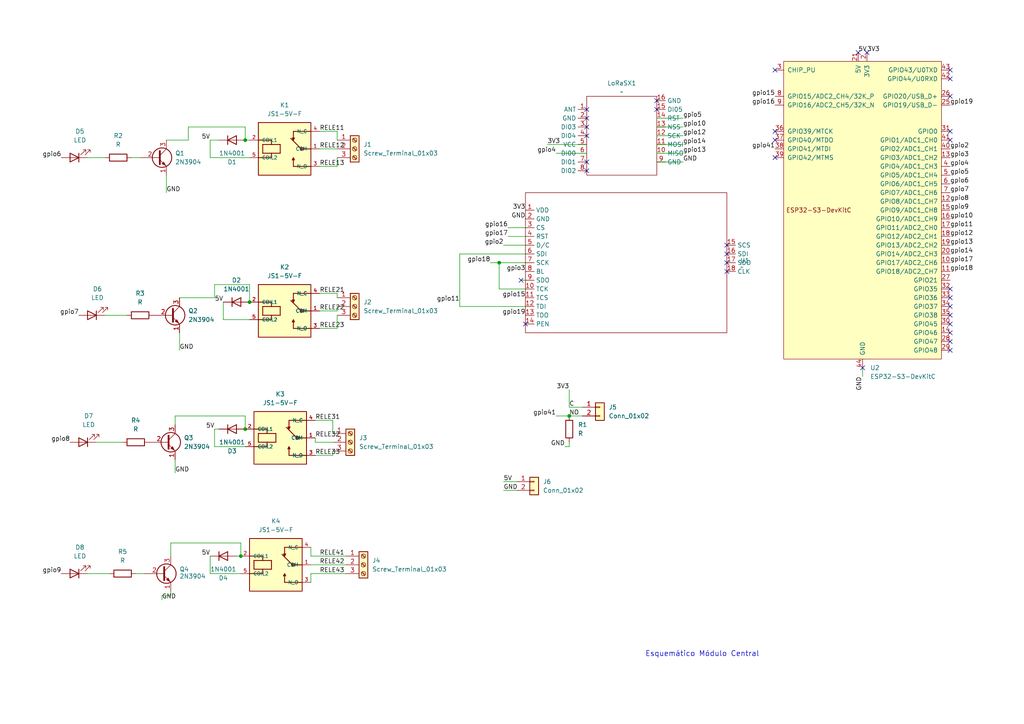
<source format=kicad_sch>
(kicad_sch (version 20231120) (generator "eeschema") (generator_version "8.0")
  (paper "A4")
  (lib_symbols
    (symbol "Diode:1N4001" (pin_numbers hide) (pin_names hide)
      (property "Reference" "D" (at 0 2.54 0))
      (property "Value" "1N4001" (at 0 -2.54 0))
      (symbol "1N4001_0_1"
        (polyline (pts (xy -1.27 1.27) (xy -1.27 -1.27)) (stroke (width 0.254)))
        (polyline (pts (xy 1.27 0) (xy -1.27 0)))
        (polyline (pts (xy 1.27 1.27) (xy 1.27 -1.27) (xy -1.27 0) (xy 1.27 1.27)) (stroke (width 0.254)))
      )
      (symbol "1N4001_1_1"
        (pin passive line (at -3.81 0 0) (length 2.54) (name "K") (number "1"))
        (pin passive line (at 3.81 0 180) (length 2.54) (name "A") (number "2"))
      )
    )
    (symbol "libreria_simbolos:2N3904" (pin_names (offset 0) hide)
      (property "Reference" "Q" (at 5.08 1.905 0))
      (property "Value" "2N3904" (at 5.08 0 0))
      (symbol "2N3904_0_1"
        (polyline (pts (xy 0.635 0.635) (xy 2.54 2.54)))
        (polyline (pts (xy 0.635 -0.635) (xy 2.54 -2.54) (xy 2.54 -2.54)))
        (polyline (pts (xy 0.635 1.905) (xy 0.635 -1.905) (xy 0.635 -1.905)) (stroke (width 0.508)))
        (polyline (pts (xy 1.27 -1.778) (xy 1.778 -1.27) (xy 2.286 -2.286) (xy 1.27 -1.778) (xy 1.27 -1.778)) (fill (type outline)))
        (circle (center 1.27 0) (radius 2.8194) (stroke (width 0.254)))
      )
      (symbol "2N3904_1_1"
        (pin passive line (at 2.54 -5.08 90) (length 2.54) (name "E") (number "1"))
        (pin passive line (at -5.08 0 0) (length 5.715) (name "B") (number "2"))
        (pin passive line (at 2.54 5.08 270) (length 2.54) (name "C") (number "3"))
      )
    )
    (symbol "libreria_simbolos:Conn_01x02" (pin_names (offset 1.016) hide)
      (property "Reference" "J" (at 0 2.54 0))
      (property "Value" "Conn_01x02" (at 0 -5.08 0))
      (symbol "Conn_01x02_1_1"
        (rectangle (start -1.27 -2.413) (end 0 -2.667) (stroke (width 0.1524)))
        (rectangle (start -1.27 0.127) (end 0 -0.127) (stroke (width 0.1524)))
        (rectangle (start -1.27 1.27) (end 1.27 -3.81) (stroke (width 0.254)) (fill (type background)))
        (pin passive line (at -5.08 0 0) (length 3.81) (name "Pin_1") (number "1"))
        (pin passive line (at -5.08 -2.54 0) (length 3.81) (name "Pin_2") (number "2"))
      )
    )
    (symbol "libreria_simbolos:ESP32-S3-DevKitC" (pin_names (offset 1.016))
      (property "Reference" "U" (at -22.86 48.26 0))
      (property "Value" "ESP32-S3-DevKitC" (at -22.86 45.72 0))
      (symbol "ESP32-S3-DevKitC_0_0"
        (text "ESP32-S3-DevKitC" (at -12.7 0 0) (effects (font (size 1.27 1.27))))
        (pin bidirectional line (at 25.4 -35.56 180) (length 2.54) (name "GPIO46") (number "14"))
        (pin bidirectional line (at 25.4 -10.16 180) (length 2.54) (name "GPIO13/ADC2_CH2") (number "19"))
        (pin bidirectional line (at -25.4 15.24 0) (length 2.54) (name "GPIO42/MTMS") (number "39"))
        (pin bidirectional line (at 25.4 17.78 180) (length 2.54) (name "GPIO2/ADC1_CH1") (number "40"))
        (pin bidirectional line (at 25.4 20.32 180) (length 2.54) (name "GPIO1/ADC1_CH0") (number "41"))
        (pin bidirectional line (at 25.4 38.1 180) (length 2.54) (name "GPIO44/U0RXD") (number "42"))
        (pin bidirectional line (at 25.4 40.64 180) (length 2.54) (name "GPIO43/U0TXD") (number "43"))
        (pin power_in line (at 0 -45.72 90) (length 2.54) (name "GND") (number "44"))
      )
      (symbol "ESP32-S3-DevKitC_0_1"
        (rectangle (start -22.86 43.18) (end 22.86 -43.18) (fill (type background)))
        (pin power_in line (at 1.27 45.72 270) (length 2.54) (name "3V3") (number "2"))
      )
      (symbol "ESP32-S3-DevKitC_1_1"
        (pin passive line (at 1.27 45.72 270) (length 2.54) hide (name "3V3") (number "1"))
        (pin bidirectional line (at 25.4 -15.24 180) (length 2.54) (name "GPIO17/ADC2_CH6") (number "10"))
        (pin bidirectional line (at 25.4 -17.78 180) (length 2.54) (name "GPIO18/ADC2_CH7") (number "11"))
        (pin bidirectional line (at 25.4 2.54 180) (length 2.54) (name "GPIO8/ADC1_CH7") (number "12"))
        (pin bidirectional line (at 25.4 15.24 180) (length 2.54) (name "GPIO3/ADC1_CH2") (number "13"))
        (pin bidirectional line (at 25.4 0 180) (length 2.54) (name "GPIO9/ADC1_CH8") (number "15"))
        (pin bidirectional line (at 25.4 -2.54 180) (length 2.54) (name "GPIO10/ADC1_CH9") (number "16"))
        (pin bidirectional line (at 25.4 -5.08 180) (length 2.54) (name "GPIO11/ADC2_CH0") (number "17"))
        (pin bidirectional line (at 25.4 -7.62 180) (length 2.54) (name "GPIO12/ADC2_CH1") (number "18"))
        (pin bidirectional line (at 25.4 -12.7 180) (length 2.54) (name "GPIO14/ADC2_CH3") (number "20"))
        (pin power_in line (at -1.27 45.72 270) (length 2.54) (name "5V") (number "21"))
        (pin passive line (at 0 -45.72 90) (length 2.54) hide (name "GND") (number "22"))
        (pin passive line (at 0 -45.72 90) (length 2.54) hide (name "GND") (number "23"))
        (pin passive line (at 0 -45.72 90) (length 2.54) hide (name "GND") (number "24"))
        (pin bidirectional line (at 25.4 30.48 180) (length 2.54) (name "GPIO19/USB_D-") (number "25"))
        (pin bidirectional line (at 25.4 33.02 180) (length 2.54) (name "GPIO20/USB_D+") (number "26"))
        (pin bidirectional line (at 25.4 -20.32 180) (length 2.54) (name "GPIO21") (number "27"))
        (pin bidirectional line (at 25.4 -38.1 180) (length 2.54) (name "GPIO47") (number "28"))
        (pin bidirectional line (at 25.4 -40.64 180) (length 2.54) (name "GPIO48") (number "29"))
        (pin input line (at -25.4 40.64 0) (length 2.54) (name "CHIP_PU") (number "3"))
        (pin bidirectional line (at 25.4 -33.02 180) (length 2.54) (name "GPIO45") (number "30"))
        (pin bidirectional line (at 25.4 22.86 180) (length 2.54) (name "GPIO0") (number "31"))
        (pin bidirectional line (at 25.4 -22.86 180) (length 2.54) (name "GPIO35") (number "32"))
        (pin bidirectional line (at 25.4 -25.4 180) (length 2.54) (name "GPIO36") (number "33"))
        (pin bidirectional line (at 25.4 -27.94 180) (length 2.54) (name "GPIO37") (number "34"))
        (pin bidirectional line (at 25.4 -30.48 180) (length 2.54) (name "GPIO38") (number "35"))
        (pin bidirectional line (at -25.4 22.86 0) (length 2.54) (name "GPIO39/MTCK") (number "36"))
        (pin bidirectional line (at -25.4 20.32 0) (length 2.54) (name "GPIO40/MTDO") (number "37"))
        (pin bidirectional line (at -25.4 17.78 0) (length 2.54) (name "GPIO41/MTDI") (number "38"))
        (pin bidirectional line (at 25.4 12.7 180) (length 2.54) (name "GPIO4/ADC1_CH3") (number "4"))
        (pin bidirectional line (at 25.4 10.16 180) (length 2.54) (name "GPIO5/ADC1_CH4") (number "5"))
        (pin bidirectional line (at 25.4 7.62 180) (length 2.54) (name "GPIO6/ADC1_CH5") (number "6"))
        (pin bidirectional line (at 25.4 5.08 180) (length 2.54) (name "GPIO7/ADC1_CH6") (number "7"))
        (pin bidirectional line (at -25.4 33.02 0) (length 2.54) (name "GPIO15/ADC2_CH4/32K_P") (number "8"))
        (pin bidirectional line (at -25.4 30.48 0) (length 2.54) (name "GPIO16/ADC2_CH5/32K_N") (number "9"))
      )
    )
    (symbol "libreria_simbolos:ILI9488"
      (property "Reference" "U" (at 0 0 0))
      (symbol "ILI9488_0_1"
        (rectangle (start -24.13 30.48) (end 34.29 -10.16))
      )
      (symbol "ILI9488_1_1"
        (pin input line (at -24.13 25.4 0) (length 2.54) (name "VDD") (number "1"))
        (pin input line (at -24.13 2.54 0) (length 2.54) (name "TCK") (number "10"))
        (pin input line (at -24.13 0 0) (length 2.54) (name "TCS") (number "11"))
        (pin input line (at -24.13 -2.54 0) (length 2.54) (name "TDI") (number "12"))
        (pin input line (at -24.13 -5.08 0) (length 2.54) (name "TDO") (number "13"))
        (pin input line (at -24.13 -7.62 0) (length 2.54) (name "PEN") (number "14"))
        (pin input line (at 34.29 15.24 0) (length 2.54) (name "SCS") (number "15"))
        (pin input line (at 34.29 12.7 0) (length 2.54) (name "SDI") (number "16"))
        (pin input line (at 34.29 10.16 0) (length 2.54) (name "SDO") (number "17"))
        (pin input line (at 34.29 7.62 0) (length 2.54) (name "CLK") (number "18"))
        (pin input line (at -24.13 22.86 0) (length 2.54) (name "GND") (number "2"))
        (pin input line (at -24.13 20.32 0) (length 2.54) (name "CS") (number "3"))
        (pin input line (at -24.13 17.78 0) (length 2.54) (name "RST") (number "4"))
        (pin input line (at -24.13 15.24 0) (length 2.54) (name "D/C") (number "5"))
        (pin input line (at -24.13 12.7 0) (length 2.54) (name "SDI") (number "6"))
        (pin input line (at -24.13 10.16 0) (length 2.54) (name "SCK") (number "7"))
        (pin input line (at -24.13 7.62 0) (length 2.54) (name "BL") (number "8"))
        (pin input line (at -24.13 5.08 0) (length 2.54) (name "SDO") (number "9"))
      )
    )
    (symbol "libreria_simbolos:JS1-5V-F" (pin_names (offset 1.016))
      (property "Reference" "K" (at -7.6264 7.6264 0))
      (property "Value" "JS1-5V-F" (at -7.6289 -10.1718 0))
      (symbol "JS1-5V-F_0_0"
        (rectangle (start -7.62 -7.62) (end 7.62 7.62) (stroke (width 0.254)) (fill (type background)))
        (polyline (pts (xy -6.35 -1.27) (xy -3.81 -1.27)) (stroke (width 0.254)))
        (polyline (pts (xy -6.35 1.27) (xy -6.35 -1.27)) (stroke (width 0.254)))
        (polyline (pts (xy -3.81 -2.54) (xy -7.62 -2.54)) (stroke (width 0.254)))
        (polyline (pts (xy -3.81 -1.27) (xy -3.81 -2.54)) (stroke (width 0.254)))
        (polyline (pts (xy -3.81 -1.27) (xy -1.27 -1.27)) (stroke (width 0.254)))
        (polyline (pts (xy -3.81 1.27) (xy -6.35 1.27)) (stroke (width 0.254)))
        (polyline (pts (xy -3.81 1.27) (xy -3.81 2.54)) (stroke (width 0.254)))
        (polyline (pts (xy -3.81 2.54) (xy -7.62 2.54)) (stroke (width 0.254)))
        (polyline (pts (xy -1.27 -1.27) (xy -1.27 1.27)) (stroke (width 0.254)))
        (polyline (pts (xy -1.27 1.27) (xy -3.81 1.27)) (stroke (width 0.254)))
        (polyline (pts (xy 2.54 -5.08) (xy 2.54 -3.175)) (stroke (width 0.254)))
        (polyline (pts (xy 2.54 5.08) (xy 2.54 2.54)) (stroke (width 0.254)))
        (polyline (pts (xy 4.826 0) (xy 1.778 3.048)) (stroke (width 0.254)))
        (polyline (pts (xy 5.08 0) (xy 4.826 0)) (stroke (width 0.254)))
        (polyline (pts (xy 5.588 0) (xy 7.62 0)) (stroke (width 0.254)))
        (polyline (pts (xy 7.62 -5.08) (xy 2.54 -5.08)) (stroke (width 0.254)))
        (polyline (pts (xy 7.62 5.08) (xy 2.54 5.08)) (stroke (width 0.254)))
        (polyline (pts (xy 2.2225 -3.175) (xy 2.54 -2.54) (xy 2.8575 -3.175) (xy 2.2225 -3.175)) (stroke (width 0.254)) (fill (type outline)))
        (polyline (pts (xy 2.54 2.54) (xy 2.8575 3.175) (xy 2.2225 3.175) (xy 2.54 2.54)) (stroke (width 0.254)) (fill (type outline)))
        (circle (center 5.08 0) (radius 0.381) (stroke (width 0.254)))
        (pin passive line (at 10.16 0 180) (length 2.54) (name "COM") (number "1"))
        (pin passive line (at -10.16 2.54 0) (length 2.54) (name "COIL1") (number "2"))
        (pin passive line (at 10.16 -5.08 180) (length 2.54) (name "N_O") (number "3"))
        (pin passive line (at 10.16 5.08 180) (length 2.54) (name "N_C") (number "4"))
        (pin passive line (at -10.16 -2.54 0) (length 2.54) (name "COIL2") (number "5"))
      )
    )
    (symbol "libreria_simbolos:LED" (pin_numbers hide) (pin_names (offset 1.016) hide)
      (property "Reference" "D" (at 0 2.54 0))
      (property "Value" "LED" (at 0 -2.54 0))
      (symbol "LED_0_1"
        (polyline (pts (xy -1.27 -1.27) (xy -1.27 1.27)) (stroke (width 0.254)))
        (polyline (pts (xy -1.27 0) (xy 1.27 0)))
        (polyline (pts (xy 1.27 -1.27) (xy 1.27 1.27) (xy -1.27 0) (xy 1.27 -1.27)) (stroke (width 0.254)))
        (polyline (pts (xy -3.048 -0.762) (xy -4.572 -2.286) (xy -3.81 -2.286) (xy -4.572 -2.286) (xy -4.572 -1.524)))
        (polyline (pts (xy -1.778 -0.762) (xy -3.302 -2.286) (xy -2.54 -2.286) (xy -3.302 -2.286) (xy -3.302 -1.524)))
      )
      (symbol "LED_1_1"
        (pin passive line (at -3.81 0 0) (length 2.54) (name "K") (number "1"))
        (pin passive line (at 3.81 0 180) (length 2.54) (name "A") (number "2"))
      )
    )
    (symbol "libreria_simbolos:LoRaSX1276"
      (property "Reference" "LoRaSX1276" (at 0 0 0))
      (symbol "LoRaSX1276_0_1"
        (rectangle (start -8.89 12.7) (end 11.43 -10.16))
      )
      (symbol "LoRaSX1276_1_1"
        (pin input line (at -8.89 8.89 180) (length 2.54) (name "ANT") (number "1"))
        (pin input line (at 11.43 -3.81 0) (length 2.54) (name "MISO") (number "10"))
        (pin input line (at 11.43 -1.27 0) (length 2.54) (name "MOSI") (number "11"))
        (pin input line (at 11.43 1.27 0) (length 2.54) (name "SCK") (number "12"))
        (pin input line (at 11.43 3.81 0) (length 2.54) (name "NSS") (number "13"))
        (pin input line (at 11.43 6.35 0) (length 2.54) (name "RST") (number "14"))
        (pin input line (at 11.43 8.89 0) (length 2.54) (name "DI05") (number "15"))
        (pin input line (at 11.43 11.43 0) (length 2.54) (name "GND") (number "16"))
        (pin input line (at -8.89 6.35 180) (length 2.54) (name "GND") (number "2"))
        (pin input line (at -8.89 3.81 180) (length 2.54) (name "DI03") (number "3"))
        (pin input line (at -8.89 1.27 180) (length 2.54) (name "DI04") (number "4"))
        (pin input line (at -8.89 -1.27 180) (length 2.54) (name "VCC") (number "5"))
        (pin input line (at -8.89 -3.81 180) (length 2.54) (name "DI00") (number "6"))
        (pin input line (at -8.89 -6.35 180) (length 2.54) (name "DI01") (number "7"))
        (pin input line (at -8.89 -8.89 180) (length 2.54) (name "DI02") (number "8"))
        (pin input line (at 11.43 -6.35 0) (length 2.54) (name "GND") (number "9"))
      )
    )
    (symbol "libreria_simbolos:R" (pin_numbers hide) (pin_names (offset 0))
      (property "Reference" "R" (at 2.032 0 90))
      (property "Value" "R" (at 0 0 90))
      (symbol "R_0_1"
        (rectangle (start -1.016 -2.54) (end 1.016 2.54) (stroke (width 0.254)))
      )
      (symbol "R_1_1"
        (pin passive line (at 0 3.81 270) (length 1.27) (name "~") (number "1"))
        (pin passive line (at 0 -3.81 90) (length 1.27) (name "~") (number "2"))
      )
    )
    (symbol "libreria_simbolos:Screw_Terminal_01x03" (pin_names (offset 1.016) hide)
      (property "Reference" "J" (at 0 5.08 0))
      (property "Value" "Screw_Terminal_01x03" (at 0 -5.08 0))
      (symbol "Screw_Terminal_01x03_1_1"
        (rectangle (start -1.27 3.81) (end 1.27 -3.81) (stroke (width 0.254)) (fill (type background)))
        (circle (center 0 -2.54) (radius 0.635) (stroke (width 0.1524)))
        (polyline (pts (xy -0.5334 -2.2098) (xy 0.3302 -3.048)) (stroke (width 0.1524)))
        (polyline (pts (xy -0.5334 0.3302) (xy 0.3302 -0.508)) (stroke (width 0.1524)))
        (polyline (pts (xy -0.5334 2.8702) (xy 0.3302 2.032)) (stroke (width 0.1524)))
        (polyline (pts (xy -0.3556 -2.032) (xy 0.508 -2.8702)) (stroke (width 0.1524)))
        (polyline (pts (xy -0.3556 0.508) (xy 0.508 -0.3302)) (stroke (width 0.1524)))
        (polyline (pts (xy -0.3556 3.048) (xy 0.508 2.2098)) (stroke (width 0.1524)))
        (circle (center 0 0) (radius 0.635) (stroke (width 0.1524)))
        (circle (center 0 2.54) (radius 0.635) (stroke (width 0.1524)))
        (pin passive line (at -5.08 2.54 0) (length 3.81) (name "Pin_1") (number "1"))
        (pin passive line (at -5.08 0 0) (length 3.81) (name "Pin_2") (number "2"))
        (pin passive line (at -5.08 -2.54 0) (length 3.81) (name "Pin_3") (number "3"))
      )
    )
  )
  (junction (at 69.85 161.29))
  (junction (at 71.12 124.46))
  (junction (at 144.78 76.2))
  (junction (at 71.12 40.64))
  (junction (at 72.39 87.63))
  (junction (at 165.1 120.65))
  (no_connect (at 224.79 40.64))
  (no_connect (at 275.59 96.52))
  (no_connect (at 210.82 73.66))
  (no_connect (at 170.18 34.29))
  (no_connect (at 170.18 39.37))
  (no_connect (at 250.19 106.68))
  (no_connect (at 210.82 71.12))
  (no_connect (at 275.59 83.82))
  (no_connect (at 224.79 38.1))
  (no_connect (at 210.82 78.74))
  (no_connect (at 275.59 99.06))
  (no_connect (at 224.79 45.72))
  (no_connect (at 170.18 49.53))
  (no_connect (at 251.46 15.24))
  (no_connect (at 275.59 93.98))
  (no_connect (at 190.5 31.75))
  (no_connect (at 152.4 93.98))
  (no_connect (at 275.59 22.86))
  (no_connect (at 170.18 31.75))
  (no_connect (at 275.59 91.44))
  (no_connect (at 151.13 81.28))
  (no_connect (at 275.59 27.94))
  (no_connect (at 170.18 36.83))
  (no_connect (at 275.59 40.64))
  (no_connect (at 190.5 29.21))
  (no_connect (at 210.82 76.2))
  (no_connect (at 275.59 38.1))
  (no_connect (at 248.92 15.24))
  (no_connect (at 224.79 20.32))
  (no_connect (at 275.59 20.32))
  (no_connect (at 275.59 86.36))
  (no_connect (at 170.18 46.99))
  (no_connect (at 275.59 101.6))
  (no_connect (at 275.59 88.9))
  (wire (pts (xy 30.48 91.44) (xy 36.83 91.44)))
  (wire (pts (xy 97.79 48.26) (xy 97.79 45.72)))
  (wire (pts (xy 97.79 95.25) (xy 97.79 91.44)))
  (wire (pts (xy 50.8 123.19) (xy 50.8 120.65)))
  (wire (pts (xy 90.17 166.37) (xy 90.17 168.91)))
  (wire (pts (xy 142.24 76.2) (xy 144.78 76.2)))
  (wire (pts (xy 62.23 124.46) (xy 63.5 124.46)))
  (wire (pts (xy 52.07 86.36) (xy 62.23 86.36)))
  (wire (pts (xy 92.71 85.09) (xy 97.79 85.09)))
  (wire (pts (xy 158.75 41.91) (xy 170.18 41.91)))
  (wire (pts (xy 27.94 128.27) (xy 35.56 128.27)))
  (wire (pts (xy 92.71 95.25) (xy 97.79 95.25)))
  (wire (pts (xy 62.23 124.46) (xy 62.23 129.54)))
  (wire (pts (xy 146.05 71.12) (xy 152.4 71.12)))
  (wire (pts (xy 68.58 161.29) (xy 69.85 161.29)))
  (wire (pts (xy 165.1 113.03) (xy 165.1 118.11)))
  (wire (pts (xy 151.13 81.28) (xy 152.4 81.28)))
  (wire (pts (xy 60.96 45.72) (xy 60.96 40.64)))
  (wire (pts (xy 92.71 38.1) (xy 97.79 38.1)))
  (wire (pts (xy 144.78 83.82) (xy 152.4 83.82)))
  (wire (pts (xy 165.1 129.54) (xy 165.1 128.27)))
  (wire (pts (xy 60.96 161.29) (xy 60.96 166.37)))
  (wire (pts (xy 90.17 163.83) (xy 100.33 163.83)))
  (wire (pts (xy 198.12 34.29) (xy 190.5 34.29)))
  (wire (pts (xy 250.19 109.22) (xy 250.19 106.68)))
  (wire (pts (xy 49.53 172.72) (xy 46.99 172.72)))
  (wire (pts (xy 92.71 90.17) (xy 97.79 90.17)))
  (wire (pts (xy 54.61 40.64) (xy 54.61 36.83)))
  (wire (pts (xy 49.53 172.72) (xy 49.53 171.45)))
  (wire (pts (xy 69.85 161.29) (xy 69.85 157.48)))
  (wire (pts (xy 72.39 92.71) (xy 64.77 92.71)))
  (wire (pts (xy 46.99 172.72) (xy 46.99 173.99)))
  (wire (pts (xy 50.8 137.16) (xy 50.8 133.35)))
  (wire (pts (xy 147.32 68.58) (xy 152.4 68.58)))
  (wire (pts (xy 198.12 44.45) (xy 190.5 44.45)))
  (wire (pts (xy 50.8 120.65) (xy 71.12 120.65)))
  (wire (pts (xy 52.07 96.52) (xy 52.07 101.6)))
  (wire (pts (xy 62.23 129.54) (xy 71.12 129.54)))
  (wire (pts (xy 144.78 76.2) (xy 152.4 76.2)))
  (wire (pts (xy 54.61 36.83) (xy 71.12 36.83)))
  (wire (pts (xy 96.52 128.27) (xy 91.44 128.27)))
  (wire (pts (xy 198.12 41.91) (xy 190.5 41.91)))
  (wire (pts (xy 152.4 88.9) (xy 133.35 88.9)))
  (wire (pts (xy 72.39 45.72) (xy 60.96 45.72)))
  (wire (pts (xy 25.4 45.72) (xy 30.48 45.72)))
  (wire (pts (xy 96.52 130.81) (xy 96.52 132.08)))
  (wire (pts (xy 96.52 132.08) (xy 91.44 132.08)))
  (wire (pts (xy 96.52 125.73) (xy 96.52 121.92)))
  (wire (pts (xy 62.23 82.55) (xy 72.39 82.55)))
  (wire (pts (xy 60.96 166.37) (xy 69.85 166.37)))
  (wire (pts (xy 91.44 128.27) (xy 91.44 127)))
  (wire (pts (xy 71.12 36.83) (xy 71.12 40.64)))
  (wire (pts (xy 198.12 39.37) (xy 190.5 39.37)))
  (wire (pts (xy 71.12 120.65) (xy 71.12 124.46)))
  (wire (pts (xy 25.4 166.37) (xy 31.75 166.37)))
  (wire (pts (xy 133.35 73.66) (xy 133.35 88.9)))
  (wire (pts (xy 165.1 120.65) (xy 168.91 120.65)))
  (wire (pts (xy 72.39 82.55) (xy 72.39 87.63)))
  (wire (pts (xy 97.79 90.17) (xy 97.79 88.9)))
  (wire (pts (xy 190.5 36.83) (xy 198.12 36.83)))
  (wire (pts (xy 64.77 92.71) (xy 64.77 87.63)))
  (wire (pts (xy 161.29 44.45) (xy 170.18 44.45)))
  (wire (pts (xy 97.79 85.09) (xy 97.79 86.36)))
  (wire (pts (xy 144.78 76.2) (xy 144.78 83.82)))
  (wire (pts (xy 69.85 157.48) (xy 49.53 157.48)))
  (wire (pts (xy 163.83 129.54) (xy 165.1 129.54)))
  (wire (pts (xy 41.91 166.37) (xy 39.37 166.37)))
  (wire (pts (xy 96.52 121.92) (xy 91.44 121.92)))
  (wire (pts (xy 49.53 157.48) (xy 49.53 161.29)))
  (wire (pts (xy 147.32 66.04) (xy 152.4 66.04)))
  (wire (pts (xy 100.33 161.29) (xy 90.17 161.29)))
  (wire (pts (xy 71.12 40.64) (xy 72.39 40.64)))
  (wire (pts (xy 92.71 48.26) (xy 97.79 48.26)))
  (wire (pts (xy 62.23 86.36) (xy 62.23 82.55)))
  (wire (pts (xy 152.4 73.66) (xy 133.35 73.66)))
  (wire (pts (xy 165.1 118.11) (xy 168.91 118.11)))
  (wire (pts (xy 38.1 45.72) (xy 40.64 45.72)))
  (wire (pts (xy 146.05 139.7) (xy 149.86 139.7)))
  (wire (pts (xy 146.05 142.24) (xy 149.86 142.24)))
  (wire (pts (xy 63.5 40.64) (xy 60.96 40.64)))
  (wire (pts (xy 97.79 38.1) (xy 97.79 40.64)))
  (wire (pts (xy 48.26 55.88) (xy 48.26 50.8)))
  (wire (pts (xy 90.17 161.29) (xy 90.17 158.75)))
  (wire (pts (xy 100.33 166.37) (xy 90.17 166.37)))
  (wire (pts (xy 92.71 43.18) (xy 97.79 43.18)))
  (wire (pts (xy 48.26 40.64) (xy 54.61 40.64)))
  (wire (pts (xy 161.29 120.65) (xy 165.1 120.65)))
  (wire (pts (xy 198.12 46.99) (xy 190.5 46.99)))
  (text "Esquemático Módulo Central" (at 203.708 189.738 0) (effects (font (size 1.524 1.524))))
  (label "NO" (at 165.1 120.65 0))
  (label "5V" (at 248.92 15.24 0))
  (label "gpio16" (at 224.79 30.48 180))
  (label "RELE43" (at 92.71 166.37 0))
  (label "RELE11" (at 92.71 38.1 0))
  (label "gpio10" (at 198.12 36.83 0))
  (label "gpio19" (at 275.59 30.48 0))
  (label "gpio5" (at 275.59 50.8 0))
  (label "gpio18" (at 275.59 78.74 0))
  (label "gpio19" (at 152.4 91.44 180))
  (label "gpio14" (at 198.12 41.91 0))
  (label "gpio6" (at 275.59 53.34 0))
  (label "5V" (at 64.77 87.63 180))
  (label "gpio17" (at 275.59 76.2 0))
  (label "gpio2" (at 275.59 43.18 0))
  (label "5V" (at 60.96 40.64 180))
  (label "gpio8" (at 275.59 58.42 0))
  (label "GND" (at 52.07 101.6 0))
  (label "C" (at 165.1 118.11 0))
  (label "gpio10" (at 275.59 63.5 0))
  (label "RELE23" (at 92.71 95.25 0))
  (label "RELE41" (at 92.71 161.29 0))
  (label "gpio7" (at 275.59 55.88 0))
  (label "gpio41" (at 224.79 43.18 180))
  (label "gpio16" (at 147.32 66.04 180))
  (label "gpio6" (at 17.78 45.72 180))
  (label "gpio12" (at 275.59 68.58 0))
  (label "gpio15" (at 152.4 86.36 180))
  (label "gpio9" (at 17.78 166.37 180))
  (label "gpio12" (at 198.12 39.37 0))
  (label "gpio7" (at 22.86 91.44 180))
  (label "GND" (at 146.05 142.24 0))
  (label "RELE21" (at 92.71 85.09 0))
  (label "GND" (at 48.26 55.88 0))
  (label "gpio41" (at 161.29 120.65 180))
  (label "gpio13" (at 275.59 71.12 0))
  (label "GND" (at 250.19 109.22 270))
  (label "gpio2" (at 146.05 71.12 180))
  (label "gpio8" (at 20.32 128.27 180))
  (label "gpio18" (at 142.24 76.2 180))
  (label "3V3" (at 165.1 113.03 180))
  (label "GND" (at 50.8 137.16 0))
  (label "RELE12" (at 92.71 43.18 0))
  (label "3V3" (at 251.46 15.24 0))
  (label "gpio9" (at 275.59 60.96 0))
  (label "GND" (at 163.83 129.54 180))
  (label "3V3" (at 152.4 60.96 180))
  (label "RELE42" (at 92.71 163.83 0))
  (label "gpio4" (at 161.29 44.45 180))
  (label "gpio3" (at 275.59 45.72 0))
  (label "gpio14" (at 275.59 73.66 0))
  (label "RELE33" (at 91.44 132.08 0))
  (label "gpio5" (at 198.12 34.29 0))
  (label "RELE13" (at 92.71 48.26 0))
  (label "5V" (at 60.96 161.29 180))
  (label "gpio11" (at 275.59 66.04 0))
  (label "RELE32" (at 91.44 127 0))
  (label "GND" (at 198.12 46.99 0))
  (label "5V" (at 146.05 139.7 0))
  (label "GND" (at 152.4 63.5 180))
  (label "3V3" (at 158.75 41.91 0))
  (label "RELE22" (at 92.71 90.17 0))
  (label "gpio3" (at 152.4 78.74 180))
  (label "RELE31" (at 91.44 121.92 0))
  (label "gpio17" (at 147.32 68.58 180))
  (label "5V" (at 62.23 124.46 180))
  (label "gpio15" (at 224.79 27.94 180))
  (label "GND" (at 46.99 173.99 0))
  (label "gpio11" (at 133.35 87.63 180))
  (label "gpio13" (at 198.12 44.45 0))
  (label "gpio4" (at 275.59 48.26 0))
  (symbol (lib_id "libreria_simbolos:JS1-5V-F") (at 80.01 163.83 0) (unit 1)
    (property "Reference" "K4" (at 80.01 151.13 0))
    (property "Value" "JS1-5V-F" (at 80.01 153.67 0))
    (property "Footprint" "libreria_huellas:RELAY_JS1-5V-F" (effects (hide yes)))
    (property "MF" "Panasonic Electric" (effects (hide yes)))
    (property "Description_1" "\n                        \n                            General Purpose Relay SPDT (1 Form C) 5VDC Coil Through Hole\n                        \n" (effects (hide yes)))
    (property "Package" "None" (effects (hide yes)))
    (property "Price" "None" (effects (hide yes)))
    (property "Check_prices" "https://www.snapeda.com/parts/JS1-5V-F/Panasonic/view-part/?ref=eda" (effects (hide yes)))
    (property "STANDARD" "MANUFACTURER RECOMMENDATIONS" (effects (hide yes)))
    (property "PARTREV" "N/A" (effects (hide yes)))
    (property "SnapEDA_Link" "https://www.snapeda.com/parts/JS1-5V-F/Panasonic/view-part/?ref=snap" (effects (hide yes)))
    (property "MP" "JS1-5V-F" (effects (hide yes)))
    (property "Availability" "In Stock" (effects (hide yes)))
    (property "MANUFACTURER" "PANASONIC" (effects (hide yes)))
  )
  (symbol (lib_id "libreria_simbolos:JS1-5V-F") (at 82.55 43.18 0) (unit 1)
    (property "Reference" "K1" (at 82.55 30.48 0))
    (property "Value" "JS1-5V-F" (at 82.55 33.02 0))
    (property "Footprint" "libreria_huellas:RELAY_JS1-5V-F" (effects (hide yes)))
    (property "MF" "Panasonic Electric" (effects (hide yes)))
    (property "Description_1" "\n                        \n                            General Purpose Relay SPDT (1 Form C) 5VDC Coil Through Hole\n                        \n" (effects (hide yes)))
    (property "Package" "None" (effects (hide yes)))
    (property "Price" "None" (effects (hide yes)))
    (property "Check_prices" "https://www.snapeda.com/parts/JS1-5V-F/Panasonic/view-part/?ref=eda" (effects (hide yes)))
    (property "STANDARD" "MANUFACTURER RECOMMENDATIONS" (effects (hide yes)))
    (property "PARTREV" "N/A" (effects (hide yes)))
    (property "SnapEDA_Link" "https://www.snapeda.com/parts/JS1-5V-F/Panasonic/view-part/?ref=snap" (effects (hide yes)))
    (property "MP" "JS1-5V-F" (effects (hide yes)))
    (property "Availability" "In Stock" (effects (hide yes)))
    (property "MANUFACTURER" "PANASONIC" (effects (hide yes)))
  )
  (symbol (lib_id "libreria_simbolos:R") (at 34.29 45.72 90) (unit 1)
    (property "Reference" "R2" (at 34.29 39.37 90))
    (property "Value" "R" (at 34.29 41.91 90))
    (property "Footprint" "libreria_huellas:R_Axial_DIN0207_L6.3mm_D2.5mm_P7.62mm_Horizontal" (effects (hide yes)))
    (property "Description" "Resistor" (effects (hide yes)))
  )
  (symbol (lib_id "libreria_simbolos:ESP32-S3-DevKitC") (at 250.19 60.96 0) (unit 1)
    (property "Reference" "U2" (at 252.3841 106.68 0) (effects (justify left)))
    (property "Value" "ESP32-S3-DevKitC" (at 252.3841 109.22 0) (effects (justify left)))
    (property "Footprint" "libreria_huellas:ESP32-S3-DevKitC" (effects (hide yes)))
    (property "Description" "ESP32-S3-DevKitC" (effects (hide yes)))
  )
  (symbol (lib_id "libreria_simbolos:LoRaSX1276") (at 179.07 40.64 0) (unit 1)
    (property "Reference" "LoRaSX1" (at 180.34 24.13 0))
    (property "Value" "~" (at 180.34 26.67 0))
    (property "Footprint" "libreria_huellas:XCVR_RFM95W-868S2" (effects (hide yes)))
  )
  (symbol (lib_id "libreria_simbolos:LED") (at 21.59 166.37 180) (unit 1)
    (property "Reference" "D8" (at 23.1775 158.75 0))
    (property "Value" "LED" (at 23.1775 161.29 0))
    (property "Footprint" "libreria_huellas:LED_D5.0mm" (effects (hide yes)))
    (property "Description" "Light emitting diode" (effects (hide yes)))
  )
  (symbol (lib_id "libreria_simbolos:Screw_Terminal_01x03") (at 102.87 43.18 0) (unit 1)
    (property "Reference" "J1" (at 105.41 41.9099 0) (effects (justify left)))
    (property "Value" "Screw_Terminal_01x03" (at 105.41 44.4499 0) (effects (justify left)))
    (property "Footprint" "libreria_huellas:TerminalBlock_bornier-3_P5.08mm" (effects (hide yes)))
    (property "Description" "Generic screw terminal, single row, 01x03, script generated (kicad-library-utils/schlib/autogen/connector/)" (effects (hide yes)))
  )
  (symbol (lib_id "libreria_simbolos:Screw_Terminal_01x03") (at 101.6 128.27 0) (unit 1)
    (property "Reference" "J3" (at 104.14 126.9999 0) (effects (justify left)))
    (property "Value" "Screw_Terminal_01x03" (at 104.14 129.5399 0) (effects (justify left)))
    (property "Footprint" "libreria_huellas:TerminalBlock_bornier-3_P5.08mm" (effects (hide yes)))
    (property "Description" "Generic screw terminal, single row, 01x03, script generated (kicad-library-utils/schlib/autogen/connector/)" (effects (hide yes)))
  )
  (symbol (lib_id "libreria_simbolos:R") (at 40.64 91.44 90) (unit 1)
    (property "Reference" "R3" (at 40.64 85.09 90))
    (property "Value" "R" (at 40.64 87.63 90))
    (property "Footprint" "libreria_huellas:R_Axial_DIN0207_L6.3mm_D2.5mm_P7.62mm_Horizontal" (effects (hide yes)))
    (property "Description" "Resistor" (effects (hide yes)))
  )
  (symbol (lib_id "libreria_simbolos:Conn_01x02") (at 173.99 118.11 0) (unit 1)
    (property "Reference" "J5" (at 176.53 118.1099 0) (effects (justify left)))
    (property "Value" "Conn_01x02" (at 176.53 120.6499 0) (effects (justify left)))
    (property "Footprint" "libreria_huellas:PinHeader_1x02_P2.54mm_Vertical" (effects (hide yes)))
    (property "Description" "Generic connector, single row, 01x02, script generated (kicad-library-utils/schlib/autogen/connector/)" (effects (hide yes)))
  )
  (symbol (lib_id "libreria_simbolos:JS1-5V-F") (at 81.28 127 0) (unit 1)
    (property "Reference" "K3" (at 81.28 114.3 0))
    (property "Value" "JS1-5V-F" (at 81.28 116.84 0))
    (property "Footprint" "libreria_huellas:RELAY_JS1-5V-F" (effects (hide yes)))
    (property "MF" "Panasonic Electric" (effects (hide yes)))
    (property "Description_1" "\n                        \n                            General Purpose Relay SPDT (1 Form C) 5VDC Coil Through Hole\n                        \n" (effects (hide yes)))
    (property "Package" "None" (effects (hide yes)))
    (property "Price" "None" (effects (hide yes)))
    (property "Check_prices" "https://www.snapeda.com/parts/JS1-5V-F/Panasonic/view-part/?ref=eda" (effects (hide yes)))
    (property "STANDARD" "MANUFACTURER RECOMMENDATIONS" (effects (hide yes)))
    (property "PARTREV" "N/A" (effects (hide yes)))
    (property "SnapEDA_Link" "https://www.snapeda.com/parts/JS1-5V-F/Panasonic/view-part/?ref=snap" (effects (hide yes)))
    (property "MP" "JS1-5V-F" (effects (hide yes)))
    (property "Availability" "In Stock" (effects (hide yes)))
    (property "MANUFACTURER" "PANASONIC" (effects (hide yes)))
  )
  (symbol (lib_id "libreria_simbolos:LED") (at 21.59 45.72 180) (unit 1)
    (property "Reference" "D5" (at 23.1775 38.1 0))
    (property "Value" "LED" (at 23.1775 40.64 0))
    (property "Footprint" "libreria_huellas:LED_D5.0mm" (effects (hide yes)))
    (property "Description" "Light emitting diode" (effects (hide yes)))
  )
  (symbol (lib_id "libreria_simbolos:2N3904") (at 49.53 91.44 0) (unit 1)
    (property "Reference" "Q2" (at 54.61 90.1699 0) (effects (justify left)))
    (property "Value" "2N3904" (at 54.61 92.7099 0) (effects (justify left)))
    (property "Footprint" "libreria_huellas:TO-92_Inline_Wide" (effects (hide yes)))
    (property "Datasheet" "https://www.onsemi.com/pub/Collateral/2N3903-D.PDF" (effects (hide yes)))
    (property "Description" "0.2A Ic, 40V Vce, Small Signal NPN Transistor, TO-92" (effects (hide yes)))
  )
  (symbol (lib_id "Diode:1N4001") (at 68.58 87.63 0) (unit 1)
    (property "Reference" "D2" (at 68.58 81.28 0))
    (property "Value" "1N4001" (at 68.58 83.82 0))
    (property "Footprint" "Diode_THT:D_DO-41_SOD81_P10.16mm_Horizontal" (effects (hide yes)))
    (property "Datasheet" "http://www.vishay.com/docs/88503/1n4001.pdf" (effects (hide yes)))
    (property "Description" "50V 1A General Purpose Rectifier Diode, DO-41" (effects (hide yes)))
    (property "Sim.Device" "D" (effects (hide yes)))
    (property "Sim.Pins" "1=K 2=A" (effects (hide yes)))
  )
  (symbol (lib_id "Diode:1N4001") (at 64.77 161.29 0) (unit 1)
    (property "Reference" "D4" (at 64.77 167.64 0))
    (property "Value" "1N4001" (at 64.77 165.1 0))
    (property "Footprint" "Diode_THT:D_DO-41_SOD81_P10.16mm_Horizontal" (effects (hide yes)))
    (property "Datasheet" "http://www.vishay.com/docs/88503/1n4001.pdf" (effects (hide yes)))
    (property "Description" "50V 1A General Purpose Rectifier Diode, DO-41" (effects (hide yes)))
    (property "Sim.Device" "D" (effects (hide yes)))
    (property "Sim.Pins" "1=K 2=A" (effects (hide yes)))
  )
  (symbol (lib_id "libreria_simbolos:R") (at 39.37 128.27 90) (unit 1)
    (property "Reference" "R4" (at 39.37 121.92 90))
    (property "Value" "R" (at 39.37 124.46 90))
    (property "Footprint" "libreria_huellas:R_Axial_DIN0207_L6.3mm_D2.5mm_P7.62mm_Horizontal" (effects (hide yes)))
    (property "Description" "Resistor" (effects (hide yes)))
  )
  (symbol (lib_id "libreria_simbolos:R") (at 35.56 166.37 90) (unit 1)
    (property "Reference" "R5" (at 35.56 160.02 90))
    (property "Value" "R" (at 35.56 162.56 90))
    (property "Footprint" "libreria_huellas:R_Axial_DIN0207_L6.3mm_D2.5mm_P7.62mm_Horizontal" (effects (hide yes)))
    (property "Description" "Resistor" (effects (hide yes)))
  )
  (symbol (lib_id "libreria_simbolos:Screw_Terminal_01x03") (at 102.87 88.9 0) (unit 1)
    (property "Reference" "J2" (at 105.41 87.6299 0) (effects (justify left)))
    (property "Value" "Screw_Terminal_01x03" (at 105.41 90.1699 0) (effects (justify left)))
    (property "Footprint" "libreria_huellas:TerminalBlock_bornier-3_P5.08mm" (effects (hide yes)))
    (property "Description" "Generic screw terminal, single row, 01x03, script generated (kicad-library-utils/schlib/autogen/connector/)" (effects (hide yes)))
  )
  (symbol (lib_id "libreria_simbolos:2N3904") (at 46.99 166.37 0) (unit 1)
    (property "Reference" "Q4" (at 52.07 165.0999 0) (effects (justify left)))
    (property "Value" "2N3904" (at 52.07 167.132 0) (effects (justify left)))
    (property "Footprint" "libreria_huellas:TO-92_Inline_Wide" (effects (hide yes)))
    (property "Datasheet" "https://www.onsemi.com/pub/Collateral/2N3903-D.PDF" (effects (hide yes)))
    (property "Description" "0.2A Ic, 40V Vce, Small Signal NPN Transistor, TO-92" (effects (hide yes)))
  )
  (symbol (lib_id "libreria_simbolos:2N3904") (at 45.72 45.72 0) (unit 1)
    (property "Reference" "Q1" (at 50.8 44.4499 0) (effects (justify left)))
    (property "Value" "2N3904" (at 50.8 46.9899 0) (effects (justify left)))
    (property "Footprint" "libreria_huellas:TO-92_Inline_Wide" (effects (hide yes)))
    (property "Datasheet" "https://www.onsemi.com/pub/Collateral/2N3903-D.PDF" (effects (hide yes)))
    (property "Description" "0.2A Ic, 40V Vce, Small Signal NPN Transistor, TO-92" (effects (hide yes)))
  )
  (symbol (lib_id "libreria_simbolos:Screw_Terminal_01x03") (at 105.41 163.83 0) (unit 1)
    (property "Reference" "J4" (at 107.95 162.5599 0) (effects (justify left)))
    (property "Value" "Screw_Terminal_01x03" (at 107.95 165.0999 0) (effects (justify left)))
    (property "Footprint" "libreria_huellas:TerminalBlock_bornier-3_P5.08mm" (effects (hide yes)))
    (property "Description" "Generic screw terminal, single row, 01x03, script generated (kicad-library-utils/schlib/autogen/connector/)" (effects (hide yes)))
  )
  (symbol (lib_id "Diode:1N4001") (at 67.31 40.64 0) (unit 1)
    (property "Reference" "D1" (at 67.31 46.99 0))
    (property "Value" "1N4001" (at 67.31 44.45 0))
    (property "Footprint" "Diode_THT:D_DO-41_SOD81_P10.16mm_Horizontal" (effects (hide yes)))
    (property "Datasheet" "http://www.vishay.com/docs/88503/1n4001.pdf" (effects (hide yes)))
    (property "Description" "50V 1A General Purpose Rectifier Diode, DO-41" (effects (hide yes)))
    (property "Sim.Device" "D" (effects (hide yes)))
    (property "Sim.Pins" "1=K 2=A" (effects (hide yes)))
  )
  (symbol (lib_id "libreria_simbolos:JS1-5V-F") (at 82.55 90.17 0) (unit 1)
    (property "Reference" "K2" (at 82.55 77.47 0))
    (property "Value" "JS1-5V-F" (at 82.55 80.01 0))
    (property "Footprint" "libreria_huellas:RELAY_JS1-5V-F" (effects (hide yes)))
    (property "MF" "Panasonic Electric" (effects (hide yes)))
    (property "Description_1" "\n                        \n                            General Purpose Relay SPDT (1 Form C) 5VDC Coil Through Hole\n                        \n" (effects (hide yes)))
    (property "Package" "None" (effects (hide yes)))
    (property "Price" "None" (effects (hide yes)))
    (property "Check_prices" "https://www.snapeda.com/parts/JS1-5V-F/Panasonic/view-part/?ref=eda" (effects (hide yes)))
    (property "STANDARD" "MANUFACTURER RECOMMENDATIONS" (effects (hide yes)))
    (property "PARTREV" "N/A" (effects (hide yes)))
    (property "SnapEDA_Link" "https://www.snapeda.com/parts/JS1-5V-F/Panasonic/view-part/?ref=snap" (effects (hide yes)))
    (property "MP" "JS1-5V-F" (effects (hide yes)))
    (property "Availability" "In Stock" (effects (hide yes)))
    (property "MANUFACTURER" "PANASONIC" (effects (hide yes)))
  )
  (symbol (lib_id "libreria_simbolos:LED") (at 24.13 128.27 180) (unit 1)
    (property "Reference" "D7" (at 25.7175 120.65 0))
    (property "Value" "LED" (at 25.7175 123.19 0))
    (property "Footprint" "libreria_huellas:LED_D5.0mm" (effects (hide yes)))
    (property "Description" "Light emitting diode" (effects (hide yes)))
  )
  (symbol (lib_id "Diode:1N4001") (at 67.31 124.46 0) (unit 1)
    (property "Reference" "D3" (at 67.31 130.81 0))
    (property "Value" "1N4001" (at 67.31 128.27 0))
    (property "Footprint" "Diode_THT:D_DO-41_SOD81_P10.16mm_Horizontal" (effects (hide yes)))
    (property "Datasheet" "http://www.vishay.com/docs/88503/1n4001.pdf" (effects (hide yes)))
    (property "Description" "50V 1A General Purpose Rectifier Diode, DO-41" (effects (hide yes)))
    (property "Sim.Device" "D" (effects (hide yes)))
    (property "Sim.Pins" "1=K 2=A" (effects (hide yes)))
  )
  (symbol (lib_id "libreria_simbolos:2N3904") (at 48.26 128.27 0) (unit 1)
    (property "Reference" "Q3" (at 53.34 126.9999 0) (effects (justify left)))
    (property "Value" "2N3904" (at 53.34 129.5399 0) (effects (justify left)))
    (property "Footprint" "libreria_huellas:TO-92_Inline_Wide" (effects (hide yes)))
    (property "Datasheet" "https://www.onsemi.com/pub/Collateral/2N3903-D.PDF" (effects (hide yes)))
    (property "Description" "0.2A Ic, 40V Vce, Small Signal NPN Transistor, TO-92" (effects (hide yes)))
  )
  (symbol (lib_id "libreria_simbolos:ILI9488") (at 176.53 86.36 0) (unit 1)
    (property "Reference" "U1" (at 214.63 75.5649 0) (effects (justify left)))
    (property "Value" "~" (at 214.63 77.47 0) (effects (justify left)))
    (property "Footprint" "libreria_huellas:ILI9488" (effects (hide yes)))
  )
  (symbol (lib_id "libreria_simbolos:Conn_01x02") (at 154.94 139.7 0) (unit 1)
    (property "Reference" "J6" (at 157.48 139.6999 0) (effects (justify left)))
    (property "Value" "Conn_01x02" (at 157.48 142.2399 0) (effects (justify left)))
    (property "Footprint" "libreria_huellas:PinHeader_1x02_P2.54mm_Vertical" (effects (hide yes)))
    (property "Description" "Generic connector, single row, 01x02, script generated (kicad-library-utils/schlib/autogen/connector/)" (effects (hide yes)))
  )
  (symbol (lib_id "libreria_simbolos:R") (at 165.1 124.46 0) (unit 1)
    (property "Reference" "R1" (at 167.64 123.1899 0) (effects (justify left)))
    (property "Value" "R" (at 167.64 125.7299 0) (effects (justify left)))
    (property "Footprint" "libreria_huellas:R_Axial_DIN0207_L6.3mm_D2.5mm_P7.62mm_Horizontal" (effects (hide yes)))
    (property "Description" "Resistor" (effects (hide yes)))
  )
  (symbol (lib_id "libreria_simbolos:LED") (at 26.67 91.44 180) (unit 1)
    (property "Reference" "D6" (at 28.2575 83.82 0))
    (property "Value" "LED" (at 28.2575 86.36 0))
    (property "Footprint" "libreria_huellas:LED_D5.0mm" (effects (hide yes)))
    (property "Description" "Light emitting diode" (effects (hide yes)))
  )
)
</source>
